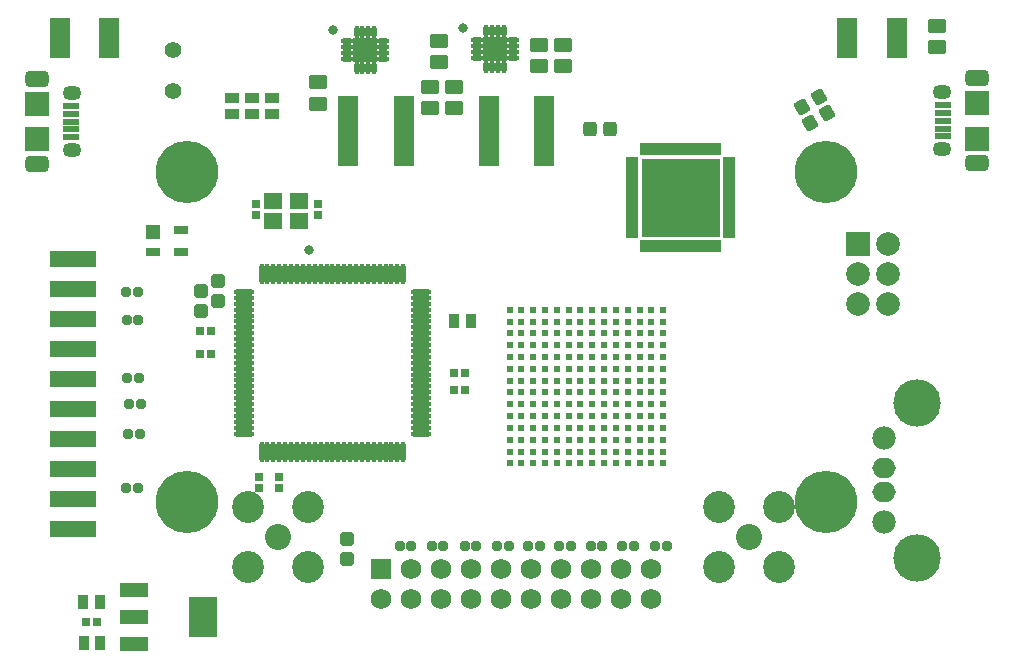
<source format=gts>
G04*
G04 #@! TF.GenerationSoftware,Altium Limited,Altium Designer,19.1.7 (138)*
G04*
G04 Layer_Color=8388736*
%FSLAX25Y25*%
%MOIN*%
G70*
G01*
G75*
G04:AMPARAMS|DCode=50|XSize=31.62mil|YSize=31.62mil|CornerRadius=6.36mil|HoleSize=0mil|Usage=FLASHONLY|Rotation=270.000|XOffset=0mil|YOffset=0mil|HoleType=Round|Shape=RoundedRectangle|*
%AMROUNDEDRECTD50*
21,1,0.03162,0.01890,0,0,270.0*
21,1,0.01890,0.03162,0,0,270.0*
1,1,0.01272,-0.00945,-0.00945*
1,1,0.01272,-0.00945,0.00945*
1,1,0.01272,0.00945,0.00945*
1,1,0.01272,0.00945,-0.00945*
%
%ADD50ROUNDEDRECTD50*%
%ADD51R,0.09265X0.13595*%
%ADD52R,0.09265X0.04737*%
%ADD53R,0.02992X0.02992*%
%ADD54R,0.06312X0.05524*%
G04:AMPARAMS|DCode=55|XSize=47.37mil|YSize=43.43mil|CornerRadius=8.43mil|HoleSize=0mil|Usage=FLASHONLY|Rotation=0.000|XOffset=0mil|YOffset=0mil|HoleType=Round|Shape=RoundedRectangle|*
%AMROUNDEDRECTD55*
21,1,0.04737,0.02657,0,0,0.0*
21,1,0.03051,0.04343,0,0,0.0*
1,1,0.01686,0.01526,-0.01329*
1,1,0.01686,-0.01526,-0.01329*
1,1,0.01686,-0.01526,0.01329*
1,1,0.01686,0.01526,0.01329*
%
%ADD55ROUNDEDRECTD55*%
%ADD56R,0.04737X0.03162*%
%ADD57R,0.02992X0.02992*%
%ADD58R,0.03753X0.04540*%
G04:AMPARAMS|DCode=59|XSize=47.37mil|YSize=43.43mil|CornerRadius=8.43mil|HoleSize=0mil|Usage=FLASHONLY|Rotation=270.000|XOffset=0mil|YOffset=0mil|HoleType=Round|Shape=RoundedRectangle|*
%AMROUNDEDRECTD59*
21,1,0.04737,0.02657,0,0,270.0*
21,1,0.03051,0.04343,0,0,270.0*
1,1,0.01686,-0.01329,-0.01526*
1,1,0.01686,-0.01329,0.01526*
1,1,0.01686,0.01329,0.01526*
1,1,0.01686,0.01329,-0.01526*
%
%ADD59ROUNDEDRECTD59*%
G04:AMPARAMS|DCode=60|XSize=47.37mil|YSize=43.43mil|CornerRadius=8.43mil|HoleSize=0mil|Usage=FLASHONLY|Rotation=120.000|XOffset=0mil|YOffset=0mil|HoleType=Round|Shape=RoundedRectangle|*
%AMROUNDEDRECTD60*
21,1,0.04737,0.02657,0,0,120.0*
21,1,0.03051,0.04343,0,0,120.0*
1,1,0.01686,0.00388,0.01986*
1,1,0.01686,0.01914,-0.00657*
1,1,0.01686,-0.00388,-0.01986*
1,1,0.01686,-0.01914,0.00657*
%
%ADD60ROUNDEDRECTD60*%
%ADD61R,0.06706X0.13398*%
%ADD62C,0.02375*%
G04:AMPARAMS|DCode=63|XSize=63.12mil|YSize=47.37mil|CornerRadius=8.92mil|HoleSize=0mil|Usage=FLASHONLY|Rotation=180.000|XOffset=0mil|YOffset=0mil|HoleType=Round|Shape=RoundedRectangle|*
%AMROUNDEDRECTD63*
21,1,0.06312,0.02953,0,0,180.0*
21,1,0.04528,0.04737,0,0,180.0*
1,1,0.01784,-0.02264,0.01476*
1,1,0.01784,0.02264,0.01476*
1,1,0.01784,0.02264,-0.01476*
1,1,0.01784,-0.02264,-0.01476*
%
%ADD63ROUNDEDRECTD63*%
%ADD64R,0.26384X0.26384*%
%ADD65O,0.03943X0.01384*%
%ADD66O,0.01384X0.03943*%
%ADD67R,0.05715X0.01975*%
%ADD68R,0.08280X0.08280*%
%ADD69R,0.04540X0.03753*%
%ADD70R,0.15800X0.05800*%
%ADD71R,0.07887X0.07887*%
%ADD72O,0.01784X0.04343*%
%ADD73O,0.04343X0.01784*%
%ADD74R,0.07099X0.23241*%
%ADD75R,0.04737X0.04737*%
%ADD76O,0.01784X0.06902*%
%ADD77O,0.06902X0.01784*%
%ADD78C,0.05524*%
%ADD79C,0.08674*%
%ADD80C,0.10642*%
%ADD81R,0.06902X0.06902*%
%ADD82C,0.06902*%
G04:AMPARAMS|DCode=83|XSize=47.37mil|YSize=63.12mil|CornerRadius=23.68mil|HoleSize=0mil|Usage=FLASHONLY|Rotation=90.000|XOffset=0mil|YOffset=0mil|HoleType=Round|Shape=RoundedRectangle|*
%AMROUNDEDRECTD83*
21,1,0.04737,0.01575,0,0,90.0*
21,1,0.00000,0.06312,0,0,90.0*
1,1,0.04737,0.00787,0.00000*
1,1,0.04737,0.00787,0.00000*
1,1,0.04737,-0.00787,0.00000*
1,1,0.04737,-0.00787,0.00000*
%
%ADD83ROUNDEDRECTD83*%
G04:AMPARAMS|DCode=84|XSize=55.24mil|YSize=78.87mil|CornerRadius=15.81mil|HoleSize=0mil|Usage=FLASHONLY|Rotation=90.000|XOffset=0mil|YOffset=0mil|HoleType=Round|Shape=RoundedRectangle|*
%AMROUNDEDRECTD84*
21,1,0.05524,0.04724,0,0,90.0*
21,1,0.02362,0.07887,0,0,90.0*
1,1,0.03162,0.02362,0.01181*
1,1,0.03162,0.02362,-0.01181*
1,1,0.03162,-0.02362,-0.01181*
1,1,0.03162,-0.02362,0.01181*
%
%ADD84ROUNDEDRECTD84*%
%ADD85C,0.07887*%
%ADD86R,0.07887X0.07887*%
%ADD87C,0.15800*%
%ADD88C,0.07800*%
%ADD89O,0.07800X0.06800*%
%ADD90C,0.03200*%
%ADD91C,0.20800*%
G36*
X233972Y171680D02*
X206972D01*
Y175680D01*
X233972D01*
Y171680D01*
D02*
G37*
G36*
X238572Y143980D02*
X234572D01*
Y170980D01*
X238572D01*
Y143980D01*
D02*
G37*
G36*
X206272D02*
X202272D01*
Y170980D01*
X206272D01*
Y143980D01*
D02*
G37*
G36*
X233972Y139280D02*
X206972D01*
Y143280D01*
X233972D01*
Y139280D01*
D02*
G37*
D50*
X35433Y126156D02*
D03*
X39370D02*
D03*
X35713Y116800D02*
D03*
X39650D02*
D03*
X39813Y97332D02*
D03*
X35876D02*
D03*
X40395Y88586D02*
D03*
X36458D02*
D03*
X40022Y78754D02*
D03*
X36085D02*
D03*
X39454Y60789D02*
D03*
X35517D02*
D03*
X211843Y41475D02*
D03*
X215780D02*
D03*
X200830Y41476D02*
D03*
X204767D02*
D03*
X190354D02*
D03*
X194291D02*
D03*
X179921D02*
D03*
X183858D02*
D03*
X169468Y41476D02*
D03*
X173405D02*
D03*
X159226Y41475D02*
D03*
X163163D02*
D03*
X148380Y41476D02*
D03*
X152317D02*
D03*
X137402Y41477D02*
D03*
X141339D02*
D03*
X130667Y41478D02*
D03*
X126730D02*
D03*
D51*
X61122Y17736D02*
D03*
D52*
X38091Y8681D02*
D03*
Y17736D02*
D03*
Y26791D02*
D03*
D53*
X78740Y155417D02*
D03*
Y151795D02*
D03*
X99654Y151795D02*
D03*
Y155417D02*
D03*
X79800Y60789D02*
D03*
Y64411D02*
D03*
X86600Y60789D02*
D03*
Y64411D02*
D03*
D54*
X93307Y156362D02*
D03*
X84646D02*
D03*
Y149669D02*
D03*
X93307D02*
D03*
D55*
X60568Y126300D02*
D03*
X66200Y129647D02*
D03*
X109262Y43696D02*
D03*
Y37004D02*
D03*
X66200Y122953D02*
D03*
X60568Y119607D02*
D03*
D56*
X53806Y139260D02*
D03*
X44357D02*
D03*
X53806Y146740D02*
D03*
D57*
X22289Y15900D02*
D03*
X25911D02*
D03*
X144775Y99094D02*
D03*
X148397D02*
D03*
X144775Y93504D02*
D03*
X148397D02*
D03*
X60197Y112895D02*
D03*
X63819D02*
D03*
X60197Y105315D02*
D03*
X63819D02*
D03*
D58*
X21444Y8900D02*
D03*
X26956D02*
D03*
X21244Y22600D02*
D03*
X26756D02*
D03*
X150394Y116205D02*
D03*
X144882D02*
D03*
D59*
X190154Y180200D02*
D03*
X196846D02*
D03*
D60*
X269198Y185773D02*
D03*
X266498Y190973D02*
D03*
X260702Y187627D02*
D03*
X263402Y182427D02*
D03*
D61*
X29921Y210630D02*
D03*
X13386D02*
D03*
X275832Y210700D02*
D03*
X292368D02*
D03*
D62*
X214567Y68898D02*
D03*
X210630D02*
D03*
X206693D02*
D03*
X202756D02*
D03*
X198819D02*
D03*
X194882D02*
D03*
X190945D02*
D03*
X187008D02*
D03*
X183071D02*
D03*
X179134D02*
D03*
X175197D02*
D03*
X171260D02*
D03*
X167323D02*
D03*
X163386D02*
D03*
X214567Y72835D02*
D03*
X210630D02*
D03*
X206693D02*
D03*
X202756D02*
D03*
X198819D02*
D03*
X194882D02*
D03*
X190945D02*
D03*
X187008D02*
D03*
X183071D02*
D03*
X179134D02*
D03*
X175197D02*
D03*
X171260D02*
D03*
X167323D02*
D03*
X163386D02*
D03*
X214567Y76772D02*
D03*
X210630D02*
D03*
X206693D02*
D03*
X202756D02*
D03*
X198819D02*
D03*
X194882D02*
D03*
X190945D02*
D03*
X187008D02*
D03*
X183071D02*
D03*
X179134D02*
D03*
X175197D02*
D03*
X171260D02*
D03*
X167323D02*
D03*
X163386D02*
D03*
X214567Y80709D02*
D03*
X210630D02*
D03*
X206693D02*
D03*
X202756D02*
D03*
X198819D02*
D03*
X194882D02*
D03*
X190945D02*
D03*
X187008D02*
D03*
X183071D02*
D03*
X179134D02*
D03*
X175197D02*
D03*
X171260D02*
D03*
X167323D02*
D03*
X163386D02*
D03*
X214567Y84646D02*
D03*
X210630D02*
D03*
X206693D02*
D03*
X202756D02*
D03*
X198819D02*
D03*
X194882D02*
D03*
X190945D02*
D03*
X187008D02*
D03*
X183071D02*
D03*
X179134D02*
D03*
X175197D02*
D03*
X171260D02*
D03*
X167323D02*
D03*
X163386D02*
D03*
X214567Y88583D02*
D03*
X210630D02*
D03*
X206693D02*
D03*
X202756D02*
D03*
X198819D02*
D03*
X194882D02*
D03*
X190945D02*
D03*
X187008D02*
D03*
X183071D02*
D03*
X179134D02*
D03*
X175197D02*
D03*
X171260D02*
D03*
X167323D02*
D03*
X163386D02*
D03*
X214567Y92520D02*
D03*
X210630D02*
D03*
X206693D02*
D03*
X202756D02*
D03*
X198819D02*
D03*
X194882D02*
D03*
X190945D02*
D03*
X187008D02*
D03*
X183071D02*
D03*
X179134D02*
D03*
X175197D02*
D03*
X171260D02*
D03*
X167323D02*
D03*
X163386D02*
D03*
X214567Y96457D02*
D03*
X210630D02*
D03*
X206693D02*
D03*
X202756D02*
D03*
X198819D02*
D03*
X194882D02*
D03*
X190945D02*
D03*
X187008D02*
D03*
X183071D02*
D03*
X179134D02*
D03*
X175197D02*
D03*
X171260D02*
D03*
X167323D02*
D03*
X163386D02*
D03*
X214567Y100394D02*
D03*
X210630D02*
D03*
X206693D02*
D03*
X202756D02*
D03*
X198819D02*
D03*
X194882D02*
D03*
X190945D02*
D03*
X187008D02*
D03*
X183071D02*
D03*
X179134D02*
D03*
X175197D02*
D03*
X171260D02*
D03*
X167323D02*
D03*
X163386D02*
D03*
X214567Y104331D02*
D03*
X210630D02*
D03*
X206693D02*
D03*
X202756D02*
D03*
X198819D02*
D03*
X194882D02*
D03*
X190945D02*
D03*
X187008D02*
D03*
X183071D02*
D03*
X179134D02*
D03*
X175197D02*
D03*
X171260D02*
D03*
X167323D02*
D03*
X163386D02*
D03*
X214567Y108268D02*
D03*
X210630D02*
D03*
X206693D02*
D03*
X202756D02*
D03*
X198819D02*
D03*
X194882D02*
D03*
X190945D02*
D03*
X187008D02*
D03*
X183071D02*
D03*
X179134D02*
D03*
X175197D02*
D03*
X171260D02*
D03*
X167323D02*
D03*
X163386D02*
D03*
X214567Y112205D02*
D03*
X210630D02*
D03*
X206693D02*
D03*
X202756D02*
D03*
X198819D02*
D03*
X194882D02*
D03*
X190945D02*
D03*
X187008D02*
D03*
X183071D02*
D03*
X179134D02*
D03*
X175197D02*
D03*
X171260D02*
D03*
X167323D02*
D03*
X163386D02*
D03*
X214567Y116142D02*
D03*
X210630D02*
D03*
X206693D02*
D03*
X202756D02*
D03*
X198819D02*
D03*
X194882D02*
D03*
X190945D02*
D03*
X187008D02*
D03*
X183071D02*
D03*
X179134D02*
D03*
X175197D02*
D03*
X171260D02*
D03*
X167323D02*
D03*
X163386D02*
D03*
X214567Y120079D02*
D03*
X210630D02*
D03*
X206693D02*
D03*
X202756D02*
D03*
X198819D02*
D03*
X194882D02*
D03*
X190945D02*
D03*
X187008D02*
D03*
X183071D02*
D03*
X179134D02*
D03*
X175197D02*
D03*
X171260D02*
D03*
X167323D02*
D03*
X163386D02*
D03*
D63*
X181299Y208320D02*
D03*
Y201233D02*
D03*
X173228Y208320D02*
D03*
Y201234D02*
D03*
X136810Y194390D02*
D03*
Y187303D02*
D03*
X144775Y194390D02*
D03*
Y187304D02*
D03*
X99654Y188779D02*
D03*
Y195866D02*
D03*
X139764Y202756D02*
D03*
Y209842D02*
D03*
X305800Y214643D02*
D03*
Y207557D02*
D03*
D64*
X220472Y157480D02*
D03*
D65*
X236614Y144685D02*
D03*
Y146653D02*
D03*
Y148622D02*
D03*
Y150591D02*
D03*
Y152559D02*
D03*
Y154528D02*
D03*
Y156496D02*
D03*
Y158465D02*
D03*
Y160433D02*
D03*
Y162402D02*
D03*
Y164370D02*
D03*
Y166339D02*
D03*
Y168307D02*
D03*
Y170276D02*
D03*
X204331D02*
D03*
Y168307D02*
D03*
Y166339D02*
D03*
Y164370D02*
D03*
Y162402D02*
D03*
Y160433D02*
D03*
Y158465D02*
D03*
Y156496D02*
D03*
Y154528D02*
D03*
Y152559D02*
D03*
Y150591D02*
D03*
Y148622D02*
D03*
Y146653D02*
D03*
Y144685D02*
D03*
D66*
X233268Y173622D02*
D03*
X231299D02*
D03*
X229331D02*
D03*
X227362D02*
D03*
X225394D02*
D03*
X223425D02*
D03*
X221457D02*
D03*
X219488D02*
D03*
X217520D02*
D03*
X215551D02*
D03*
X213583D02*
D03*
X211614D02*
D03*
X209646D02*
D03*
X207677D02*
D03*
Y141339D02*
D03*
X209646D02*
D03*
X211614D02*
D03*
X213583D02*
D03*
X215551D02*
D03*
X217520D02*
D03*
X219488D02*
D03*
X221457D02*
D03*
X223425D02*
D03*
X225394D02*
D03*
X227362D02*
D03*
X229331D02*
D03*
X231299D02*
D03*
X233268D02*
D03*
D67*
X307874Y180512D02*
D03*
Y177953D02*
D03*
Y188189D02*
D03*
Y185630D02*
D03*
Y183071D02*
D03*
X17126Y182776D02*
D03*
Y180217D02*
D03*
Y177657D02*
D03*
Y187894D02*
D03*
Y185335D02*
D03*
D68*
X319291Y177165D02*
D03*
Y188976D02*
D03*
X5709Y176870D02*
D03*
Y188681D02*
D03*
D69*
X84136Y185335D02*
D03*
Y190847D02*
D03*
X77500Y185335D02*
D03*
Y190847D02*
D03*
X70866Y185335D02*
D03*
Y190847D02*
D03*
D70*
X17717Y57047D02*
D03*
Y47047D02*
D03*
Y77047D02*
D03*
Y87047D02*
D03*
Y97047D02*
D03*
Y117047D02*
D03*
Y127047D02*
D03*
Y137047D02*
D03*
Y67047D02*
D03*
Y107047D02*
D03*
D71*
X115325Y206693D02*
D03*
X158550Y207045D02*
D03*
D72*
X118278Y200689D02*
D03*
X116309D02*
D03*
X114341D02*
D03*
X112372D02*
D03*
Y212697D02*
D03*
X114341D02*
D03*
X116309D02*
D03*
X118278D02*
D03*
X161503Y201041D02*
D03*
X159535D02*
D03*
X157566D02*
D03*
X155598D02*
D03*
Y213049D02*
D03*
X157566D02*
D03*
X159535D02*
D03*
X161503D02*
D03*
D73*
X109321Y203740D02*
D03*
Y205709D02*
D03*
Y207677D02*
D03*
Y209646D02*
D03*
X121329D02*
D03*
Y207677D02*
D03*
Y205709D02*
D03*
Y203740D02*
D03*
X152547Y204093D02*
D03*
Y206061D02*
D03*
Y208030D02*
D03*
Y209998D02*
D03*
X164554D02*
D03*
Y208030D02*
D03*
Y206061D02*
D03*
Y204093D02*
D03*
D74*
X175000Y179574D02*
D03*
X156496D02*
D03*
X128051Y179524D02*
D03*
X109547D02*
D03*
D75*
X44357Y145953D02*
D03*
D76*
X80709Y72799D02*
D03*
X82677D02*
D03*
X84646D02*
D03*
X86614D02*
D03*
X88583D02*
D03*
X90551D02*
D03*
X92520D02*
D03*
X94488D02*
D03*
X96457D02*
D03*
X98425D02*
D03*
X100394D02*
D03*
X102362D02*
D03*
X104331D02*
D03*
X106299D02*
D03*
X108268D02*
D03*
X110236D02*
D03*
X112205D02*
D03*
X114173D02*
D03*
X116142D02*
D03*
X118110D02*
D03*
X120079D02*
D03*
X122047D02*
D03*
X124016D02*
D03*
X125984D02*
D03*
X127953D02*
D03*
Y132051D02*
D03*
X125984D02*
D03*
X124016D02*
D03*
X122047D02*
D03*
X120079D02*
D03*
X118110D02*
D03*
X116142D02*
D03*
X114173D02*
D03*
X112205D02*
D03*
X110236D02*
D03*
X108268D02*
D03*
X106299D02*
D03*
X104331D02*
D03*
X102362D02*
D03*
X100394D02*
D03*
X98425D02*
D03*
X96457D02*
D03*
X94488D02*
D03*
X92520D02*
D03*
X90551D02*
D03*
X88583D02*
D03*
X86614D02*
D03*
X84646D02*
D03*
X82677D02*
D03*
X80709D02*
D03*
D77*
X133957Y78803D02*
D03*
Y80772D02*
D03*
Y82740D02*
D03*
Y84709D02*
D03*
Y86677D02*
D03*
Y88646D02*
D03*
Y90614D02*
D03*
Y92583D02*
D03*
Y94551D02*
D03*
Y96520D02*
D03*
Y98488D02*
D03*
Y100457D02*
D03*
Y102425D02*
D03*
Y104394D02*
D03*
Y106362D02*
D03*
Y108331D02*
D03*
Y110299D02*
D03*
Y112268D02*
D03*
Y114236D02*
D03*
Y116205D02*
D03*
Y118173D02*
D03*
Y120142D02*
D03*
Y122110D02*
D03*
Y124079D02*
D03*
Y126047D02*
D03*
X74705D02*
D03*
Y124079D02*
D03*
Y122110D02*
D03*
Y120142D02*
D03*
Y118173D02*
D03*
Y116205D02*
D03*
Y114236D02*
D03*
Y112268D02*
D03*
Y110299D02*
D03*
Y108331D02*
D03*
Y106362D02*
D03*
Y104394D02*
D03*
Y102425D02*
D03*
Y100457D02*
D03*
Y98488D02*
D03*
Y96520D02*
D03*
Y94551D02*
D03*
Y92583D02*
D03*
Y90614D02*
D03*
Y88646D02*
D03*
Y86677D02*
D03*
Y84709D02*
D03*
Y82740D02*
D03*
Y80772D02*
D03*
Y78803D02*
D03*
D78*
X51181Y206693D02*
D03*
Y192913D02*
D03*
D79*
X86142Y44291D02*
D03*
X243110D02*
D03*
D80*
X96142Y54291D02*
D03*
X76142D02*
D03*
Y34291D02*
D03*
X96142D02*
D03*
X253110Y54291D02*
D03*
X233110D02*
D03*
Y34291D02*
D03*
X253110D02*
D03*
D81*
X120630Y33622D02*
D03*
D82*
Y23622D02*
D03*
X130630Y33622D02*
D03*
X140630D02*
D03*
X150630D02*
D03*
X160630D02*
D03*
X170630D02*
D03*
X180630D02*
D03*
X190630D02*
D03*
X200630D02*
D03*
X210630D02*
D03*
X130630Y23622D02*
D03*
X140630D02*
D03*
X150630D02*
D03*
X160630D02*
D03*
X170630D02*
D03*
X180630D02*
D03*
X190630D02*
D03*
X200630D02*
D03*
X210630D02*
D03*
D83*
X307480Y192618D02*
D03*
Y173524D02*
D03*
X17520Y192323D02*
D03*
Y173228D02*
D03*
D84*
X319291Y197244D02*
D03*
Y168898D02*
D03*
X5709Y196949D02*
D03*
Y168602D02*
D03*
D85*
X289370Y122047D02*
D03*
X279370D02*
D03*
X289370Y132047D02*
D03*
X279370D02*
D03*
X289370Y142047D02*
D03*
D86*
X279370D02*
D03*
D87*
X299213Y37402D02*
D03*
Y89102D02*
D03*
D88*
X288213Y77252D02*
D03*
Y49252D02*
D03*
D89*
Y67252D02*
D03*
Y59252D02*
D03*
D90*
X96400Y139900D02*
D03*
X147700Y214000D02*
D03*
X104467Y213184D02*
D03*
D91*
X269000Y56000D02*
D03*
Y166000D02*
D03*
X56000D02*
D03*
Y56000D02*
D03*
M02*

</source>
